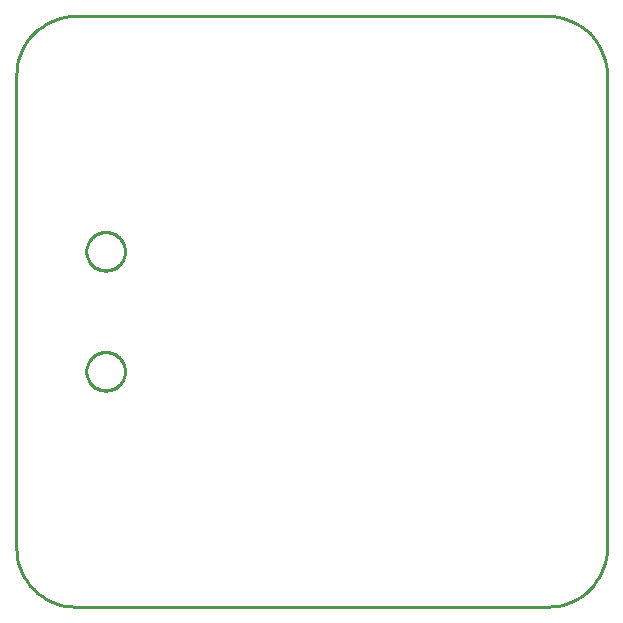
<source format=gbr>
G04 EAGLE Gerber RS-274X export*
G75*
%MOMM*%
%FSLAX34Y34*%
%LPD*%
%IN*%
%IPPOS*%
%AMOC8*
5,1,8,0,0,1.08239X$1,22.5*%
G01*
%ADD10C,0.254000*%


D10*
X-250000Y-200000D02*
X-249810Y-204358D01*
X-249240Y-208682D01*
X-248296Y-212941D01*
X-246985Y-217101D01*
X-245315Y-221131D01*
X-243301Y-225000D01*
X-240958Y-228679D01*
X-238302Y-232139D01*
X-235355Y-235355D01*
X-232139Y-238302D01*
X-228679Y-240958D01*
X-225000Y-243301D01*
X-221131Y-245315D01*
X-217101Y-246985D01*
X-212941Y-248296D01*
X-208682Y-249240D01*
X-204358Y-249810D01*
X-200000Y-250000D01*
X200000Y-250000D01*
X204358Y-249810D01*
X208682Y-249240D01*
X212941Y-248296D01*
X217101Y-246985D01*
X221131Y-245315D01*
X225000Y-243301D01*
X228679Y-240958D01*
X232139Y-238302D01*
X235355Y-235355D01*
X238302Y-232139D01*
X240958Y-228679D01*
X243301Y-225000D01*
X245315Y-221131D01*
X246985Y-217101D01*
X248296Y-212941D01*
X249240Y-208682D01*
X249810Y-204358D01*
X250000Y-200000D01*
X250000Y200000D01*
X249810Y204358D01*
X249240Y208682D01*
X248296Y212941D01*
X246985Y217101D01*
X245315Y221131D01*
X243301Y225000D01*
X240958Y228679D01*
X238302Y232139D01*
X235355Y235355D01*
X232139Y238302D01*
X228679Y240958D01*
X225000Y243301D01*
X221131Y245315D01*
X217101Y246985D01*
X212941Y248296D01*
X208682Y249240D01*
X204358Y249810D01*
X200000Y250000D01*
X-200000Y250000D01*
X-204358Y249810D01*
X-208682Y249240D01*
X-212941Y248296D01*
X-217101Y246985D01*
X-221131Y245315D01*
X-225000Y243301D01*
X-228679Y240958D01*
X-232139Y238302D01*
X-235355Y235355D01*
X-238302Y232139D01*
X-240958Y228679D01*
X-243301Y225000D01*
X-245315Y221131D01*
X-246985Y217101D01*
X-248296Y212941D01*
X-249240Y208682D01*
X-249810Y204358D01*
X-250000Y200000D01*
X-250000Y-200000D01*
X-190690Y-51332D02*
X-190620Y-52394D01*
X-190482Y-53448D01*
X-190274Y-54492D01*
X-189999Y-55520D01*
X-189657Y-56527D01*
X-189249Y-57510D01*
X-188779Y-58464D01*
X-188247Y-59386D01*
X-187656Y-60270D01*
X-187008Y-61114D01*
X-186307Y-61914D01*
X-185554Y-62667D01*
X-184754Y-63368D01*
X-183910Y-64016D01*
X-183026Y-64607D01*
X-182104Y-65139D01*
X-181150Y-65609D01*
X-180167Y-66017D01*
X-179160Y-66359D01*
X-178132Y-66634D01*
X-177088Y-66842D01*
X-176034Y-66980D01*
X-174972Y-67050D01*
X-173908Y-67050D01*
X-172846Y-66980D01*
X-171792Y-66842D01*
X-170748Y-66634D01*
X-169720Y-66359D01*
X-168713Y-66017D01*
X-167730Y-65609D01*
X-166776Y-65139D01*
X-165854Y-64607D01*
X-164970Y-64016D01*
X-164126Y-63368D01*
X-163326Y-62667D01*
X-162573Y-61914D01*
X-161872Y-61114D01*
X-161224Y-60270D01*
X-160633Y-59386D01*
X-160101Y-58464D01*
X-159631Y-57510D01*
X-159223Y-56527D01*
X-158881Y-55520D01*
X-158606Y-54492D01*
X-158398Y-53448D01*
X-158260Y-52394D01*
X-158190Y-51332D01*
X-158190Y-50268D01*
X-158260Y-49206D01*
X-158398Y-48152D01*
X-158606Y-47108D01*
X-158881Y-46080D01*
X-159223Y-45073D01*
X-159631Y-44090D01*
X-160101Y-43136D01*
X-160633Y-42214D01*
X-161224Y-41330D01*
X-161872Y-40486D01*
X-162573Y-39686D01*
X-163326Y-38933D01*
X-164126Y-38232D01*
X-164970Y-37584D01*
X-165854Y-36993D01*
X-166776Y-36461D01*
X-167730Y-35991D01*
X-168713Y-35583D01*
X-169720Y-35241D01*
X-170748Y-34966D01*
X-171792Y-34758D01*
X-172846Y-34620D01*
X-173908Y-34550D01*
X-174972Y-34550D01*
X-176034Y-34620D01*
X-177088Y-34758D01*
X-178132Y-34966D01*
X-179160Y-35241D01*
X-180167Y-35583D01*
X-181150Y-35991D01*
X-182104Y-36461D01*
X-183026Y-36993D01*
X-183910Y-37584D01*
X-184754Y-38232D01*
X-185554Y-38933D01*
X-186307Y-39686D01*
X-187008Y-40486D01*
X-187656Y-41330D01*
X-188247Y-42214D01*
X-188779Y-43136D01*
X-189249Y-44090D01*
X-189657Y-45073D01*
X-189999Y-46080D01*
X-190274Y-47108D01*
X-190482Y-48152D01*
X-190620Y-49206D01*
X-190690Y-50268D01*
X-190690Y-51332D01*
X-190690Y50268D02*
X-190620Y49206D01*
X-190482Y48152D01*
X-190274Y47108D01*
X-189999Y46080D01*
X-189657Y45073D01*
X-189249Y44090D01*
X-188779Y43136D01*
X-188247Y42214D01*
X-187656Y41330D01*
X-187008Y40486D01*
X-186307Y39686D01*
X-185554Y38933D01*
X-184754Y38232D01*
X-183910Y37584D01*
X-183026Y36993D01*
X-182104Y36461D01*
X-181150Y35991D01*
X-180167Y35583D01*
X-179160Y35241D01*
X-178132Y34966D01*
X-177088Y34758D01*
X-176034Y34620D01*
X-174972Y34550D01*
X-173908Y34550D01*
X-172846Y34620D01*
X-171792Y34758D01*
X-170748Y34966D01*
X-169720Y35241D01*
X-168713Y35583D01*
X-167730Y35991D01*
X-166776Y36461D01*
X-165854Y36993D01*
X-164970Y37584D01*
X-164126Y38232D01*
X-163326Y38933D01*
X-162573Y39686D01*
X-161872Y40486D01*
X-161224Y41330D01*
X-160633Y42214D01*
X-160101Y43136D01*
X-159631Y44090D01*
X-159223Y45073D01*
X-158881Y46080D01*
X-158606Y47108D01*
X-158398Y48152D01*
X-158260Y49206D01*
X-158190Y50268D01*
X-158190Y51332D01*
X-158260Y52394D01*
X-158398Y53448D01*
X-158606Y54492D01*
X-158881Y55520D01*
X-159223Y56527D01*
X-159631Y57510D01*
X-160101Y58464D01*
X-160633Y59386D01*
X-161224Y60270D01*
X-161872Y61114D01*
X-162573Y61914D01*
X-163326Y62667D01*
X-164126Y63368D01*
X-164970Y64016D01*
X-165854Y64607D01*
X-166776Y65139D01*
X-167730Y65609D01*
X-168713Y66017D01*
X-169720Y66359D01*
X-170748Y66634D01*
X-171792Y66842D01*
X-172846Y66980D01*
X-173908Y67050D01*
X-174972Y67050D01*
X-176034Y66980D01*
X-177088Y66842D01*
X-178132Y66634D01*
X-179160Y66359D01*
X-180167Y66017D01*
X-181150Y65609D01*
X-182104Y65139D01*
X-183026Y64607D01*
X-183910Y64016D01*
X-184754Y63368D01*
X-185554Y62667D01*
X-186307Y61914D01*
X-187008Y61114D01*
X-187656Y60270D01*
X-188247Y59386D01*
X-188779Y58464D01*
X-189249Y57510D01*
X-189657Y56527D01*
X-189999Y55520D01*
X-190274Y54492D01*
X-190482Y53448D01*
X-190620Y52394D01*
X-190690Y51332D01*
X-190690Y50268D01*
M02*

</source>
